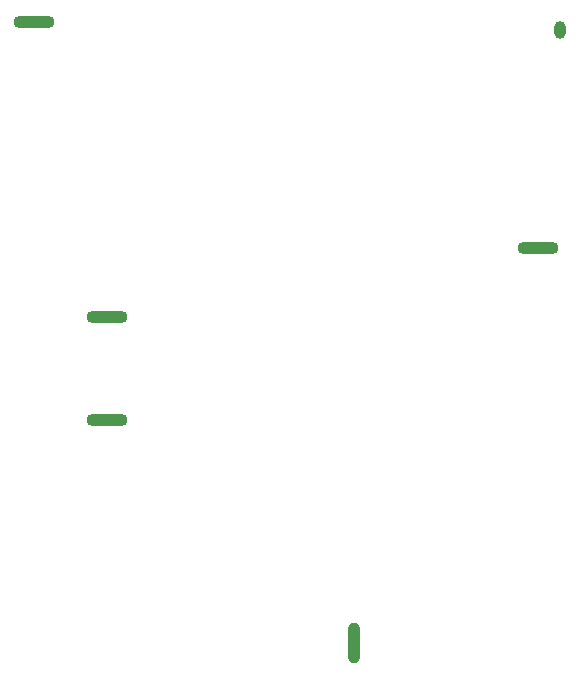
<source format=gbr>
%TF.GenerationSoftware,KiCad,Pcbnew,8.99.0-417-ga763d613e5*%
%TF.CreationDate,2024-05-16T16:31:54-04:00*%
%TF.ProjectId,thundervolt,7468756e-6465-4727-966f-6c742e6b6963,rev?*%
%TF.SameCoordinates,PX85b368ePY7384544*%
%TF.FileFunction,Soldermask,Bot*%
%TF.FilePolarity,Negative*%
%FSLAX46Y46*%
G04 Gerber Fmt 4.6, Leading zero omitted, Abs format (unit mm)*
G04 Created by KiCad (PCBNEW 8.99.0-417-ga763d613e5) date 2024-05-16 16:31:54*
%MOMM*%
%LPD*%
G01*
G04 APERTURE LIST*
G04 Aperture macros list*
%AMRoundRect*
0 Rectangle with rounded corners*
0 $1 Rounding radius*
0 $2 $3 $4 $5 $6 $7 $8 $9 X,Y pos of 4 corners*
0 Add a 4 corners polygon primitive as box body*
4,1,4,$2,$3,$4,$5,$6,$7,$8,$9,$2,$3,0*
0 Add four circle primitives for the rounded corners*
1,1,$1+$1,$2,$3*
1,1,$1+$1,$4,$5*
1,1,$1+$1,$6,$7*
1,1,$1+$1,$8,$9*
0 Add four rect primitives between the rounded corners*
20,1,$1+$1,$2,$3,$4,$5,0*
20,1,$1+$1,$4,$5,$6,$7,0*
20,1,$1+$1,$6,$7,$8,$9,0*
20,1,$1+$1,$8,$9,$2,$3,0*%
G04 Aperture macros list end*
%ADD10RoundRect,0.500000X-1.250000X-0.000010X1.250000X-0.000010X1.250000X0.000010X-1.250000X0.000010X0*%
%ADD11RoundRect,0.500000X0.000010X-1.250000X0.000010X1.250000X-0.000010X1.250000X-0.000010X-1.250000X0*%
%ADD12RoundRect,0.500000X0.000010X-0.250000X0.000010X0.250000X-0.000010X0.250000X-0.000010X-0.250000X0*%
G04 APERTURE END LIST*
D10*
%TO.C,TP5*%
X23038914Y29068642D03*
%TD*%
D11*
%TO.C,TP3*%
X7517570Y-4372602D03*
%TD*%
D10*
%TO.C,TP7*%
X-13402430Y14547398D03*
%TD*%
D12*
%TO.C,TP1*%
X24977570Y47527398D03*
%TD*%
D10*
%TO.C,TP4*%
X-13402430Y23247398D03*
%TD*%
%TO.C,TP2*%
X-19552430Y48237398D03*
%TD*%
M02*

</source>
